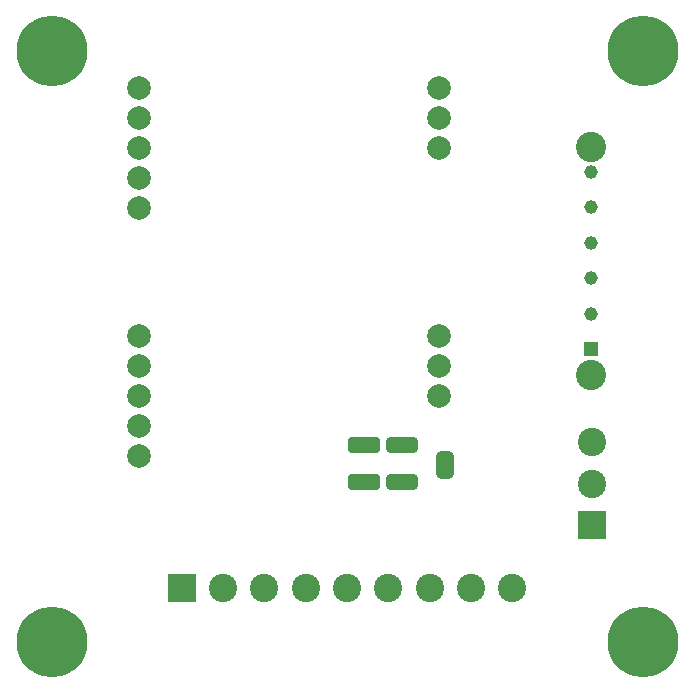
<source format=gbs>
%TF.GenerationSoftware,KiCad,Pcbnew,9.0.0*%
%TF.CreationDate,2025-04-09T17:27:32-07:00*%
%TF.ProjectId,Relay Board,52656c61-7920-4426-9f61-72642e6b6963,rev?*%
%TF.SameCoordinates,Original*%
%TF.FileFunction,Soldermask,Bot*%
%TF.FilePolarity,Negative*%
%FSLAX46Y46*%
G04 Gerber Fmt 4.6, Leading zero omitted, Abs format (unit mm)*
G04 Created by KiCad (PCBNEW 9.0.0) date 2025-04-09 17:27:32*
%MOMM*%
%LPD*%
G01*
G04 APERTURE LIST*
G04 Aperture macros list*
%AMRoundRect*
0 Rectangle with rounded corners*
0 $1 Rounding radius*
0 $2 $3 $4 $5 $6 $7 $8 $9 X,Y pos of 4 corners*
0 Add a 4 corners polygon primitive as box body*
4,1,4,$2,$3,$4,$5,$6,$7,$8,$9,$2,$3,0*
0 Add four circle primitives for the rounded corners*
1,1,$1+$1,$2,$3*
1,1,$1+$1,$4,$5*
1,1,$1+$1,$6,$7*
1,1,$1+$1,$8,$9*
0 Add four rect primitives between the rounded corners*
20,1,$1+$1,$2,$3,$4,$5,0*
20,1,$1+$1,$4,$5,$6,$7,0*
20,1,$1+$1,$6,$7,$8,$9,0*
20,1,$1+$1,$8,$9,$2,$3,0*%
%AMFreePoly0*
4,1,23,0.500000,-0.750000,0.000000,-0.750000,0.000000,-0.745722,-0.065263,-0.745722,-0.191342,-0.711940,-0.304381,-0.646677,-0.396677,-0.554381,-0.461940,-0.441342,-0.495722,-0.315263,-0.495722,-0.250000,-0.500000,-0.250000,-0.500000,0.250000,-0.495722,0.250000,-0.495722,0.315263,-0.461940,0.441342,-0.396677,0.554381,-0.304381,0.646677,-0.191342,0.711940,-0.065263,0.745722,0.000000,0.745722,
0.000000,0.750000,0.500000,0.750000,0.500000,-0.750000,0.500000,-0.750000,$1*%
%AMFreePoly1*
4,1,23,0.000000,0.745722,0.065263,0.745722,0.191342,0.711940,0.304381,0.646677,0.396677,0.554381,0.461940,0.441342,0.495722,0.315263,0.495722,0.250000,0.500000,0.250000,0.500000,-0.250000,0.495722,-0.250000,0.495722,-0.315263,0.461940,-0.441342,0.396677,-0.554381,0.304381,-0.646677,0.191342,-0.711940,0.065263,-0.745722,0.000000,-0.745722,0.000000,-0.750000,-0.500000,-0.750000,
-0.500000,0.750000,0.000000,0.750000,0.000000,0.745722,0.000000,0.745722,$1*%
G04 Aperture macros list end*
%ADD10FreePoly0,270.000000*%
%ADD11FreePoly1,270.000000*%
%ADD12RoundRect,0.250000X-1.075000X0.400000X-1.075000X-0.400000X1.075000X-0.400000X1.075000X0.400000X0*%
%ADD13RoundRect,0.250000X1.100000X-0.412500X1.100000X0.412500X-1.100000X0.412500X-1.100000X-0.412500X0*%
%ADD14C,2.000000*%
%ADD15R,1.170000X1.170000*%
%ADD16C,1.170000*%
%ADD17C,2.560000*%
%ADD18R,2.400000X2.400000*%
%ADD19C,2.400000*%
%ADD20C,6.000000*%
G04 APERTURE END LIST*
%TO.C,JP2*%
G36*
X132950000Y-130850000D02*
G01*
X134450000Y-130850000D01*
X134450000Y-131150000D01*
X132950000Y-131150000D01*
X132950000Y-130850000D01*
G37*
%TD*%
D10*
%TO.C,JP2*%
X133700000Y-130350000D03*
D11*
X133700000Y-131650000D03*
%TD*%
D12*
%TO.C,R2*%
X130000000Y-129350000D03*
X130000000Y-132450000D03*
%TD*%
D13*
%TO.C,C2*%
X126800000Y-132462500D03*
X126800000Y-129337500D03*
%TD*%
D14*
%TO.C,K2*%
X107800000Y-106740000D03*
X107800000Y-101660000D03*
X133200000Y-104200000D03*
X133200000Y-101660000D03*
X133200000Y-99120000D03*
X107800000Y-99120000D03*
X107800000Y-104200000D03*
X107800000Y-109280000D03*
%TD*%
D15*
%TO.C,J1*%
X146000000Y-121200000D03*
D16*
X146000000Y-118200000D03*
X146000000Y-115200000D03*
X146000000Y-112200000D03*
X146000000Y-109200000D03*
X146000000Y-106200000D03*
D17*
X146000000Y-123350000D03*
X146000000Y-104050000D03*
%TD*%
D18*
%TO.C,J2*%
X111378214Y-141400000D03*
D19*
X114878214Y-141400000D03*
X118378214Y-141400000D03*
X121878214Y-141400000D03*
X125378214Y-141400000D03*
X128878214Y-141400000D03*
X132378214Y-141400000D03*
X135878214Y-141400000D03*
X139378214Y-141400000D03*
%TD*%
D20*
%TO.C,REF\u002A\u002A*%
X150400000Y-146000000D03*
%TD*%
%TO.C,REF\u002A\u002A*%
X100400000Y-146000000D03*
%TD*%
D18*
%TO.C,J3*%
X146100000Y-136100000D03*
D19*
X146100000Y-132600000D03*
X146100000Y-129100000D03*
%TD*%
D20*
%TO.C,REF\u002A\u002A*%
X150400000Y-96000000D03*
%TD*%
D14*
%TO.C,K1*%
X107800000Y-127740000D03*
X107800000Y-122660000D03*
X133200000Y-125200000D03*
X133200000Y-122660000D03*
X133200000Y-120120000D03*
X107800000Y-120120000D03*
X107800000Y-125200000D03*
X107800000Y-130280000D03*
%TD*%
D20*
%TO.C,REF\u002A\u002A*%
X100400000Y-96000000D03*
%TD*%
M02*

</source>
